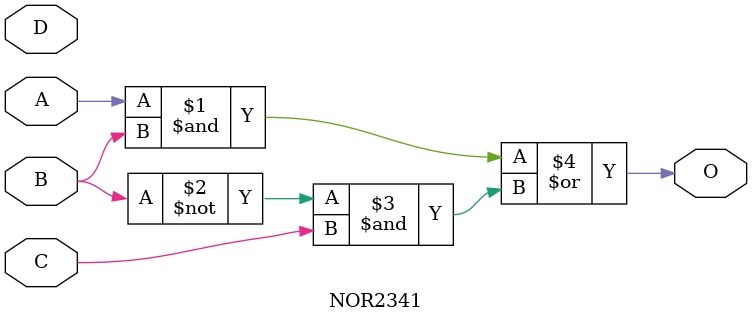
<source format=v>
module NOR2341(
     A,
     B,
     C,
     D,
     O
    );

input A;
    input B;
    input C;
    input D;
    output O;

assign O = (A&B)|(~B&C);

endmodule

</source>
